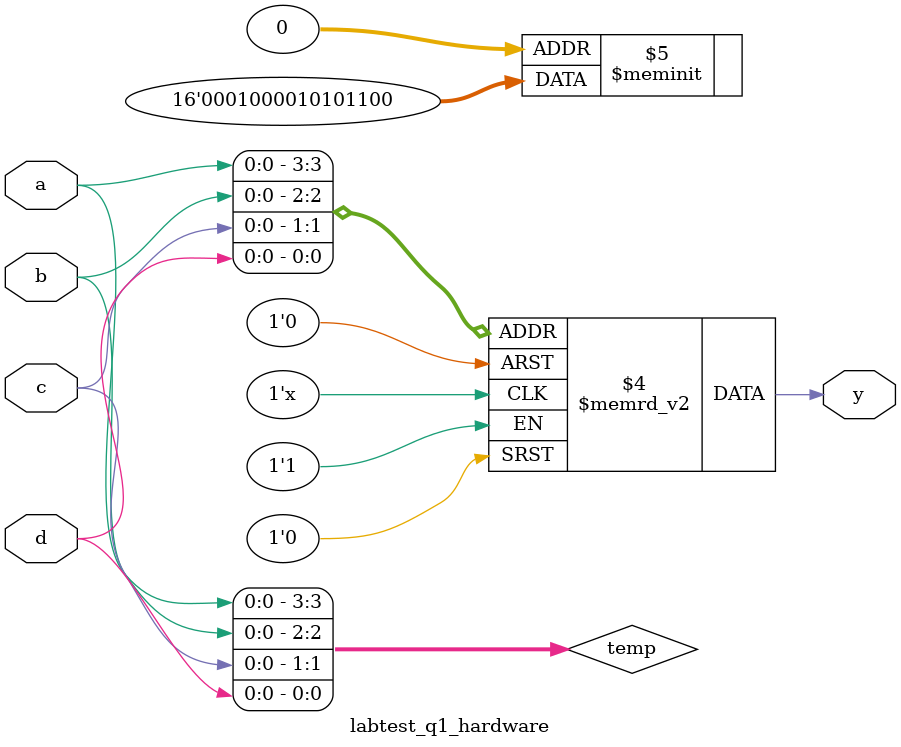
<source format=v>
module labtest_q1_hardware(a,b,c,d,y);
    input a,b,c,d;
    output reg y;
    
    wire[3:0] temp; //this is an optional wire you may/may not wish to use
    
    // complete the rest of the code
     assign temp = {a, b, c, d};
     
     always @(temp) begin
        case (temp)
            4'b0000       : begin y = 1'b0; end 
            4'b0001       : begin y = 1'b0; end 
				4'b0010		  : begin y = 1'b1; end
				4'b0011		  : begin y = 1'b1; end
				4'b0100		  : begin y = 1'b0; end
				4'b0101		  : begin y = 1'b1; end
				4'b0110		  : begin y = 1'b0; end
				4'b0111		  : begin y = 1'b1; end 
				4'b1000		  : begin y = 1'b0; end
				4'b1001		  : begin y = 1'b0; end
				4'b1010		  : begin y = 1'b0; end
				4'b1011		  : begin y = 1'b0; end
				4'b1100		  : begin y = 1'b1; end
				4'b1101		  : begin y = 1'b0; end
				4'b1110		  : begin y = 1'b0; end
				4'b1111		  : begin y = 1'b0; end
            default     : begin y = 1'b0 ; end 
        endcase
    end

endmodule


</source>
